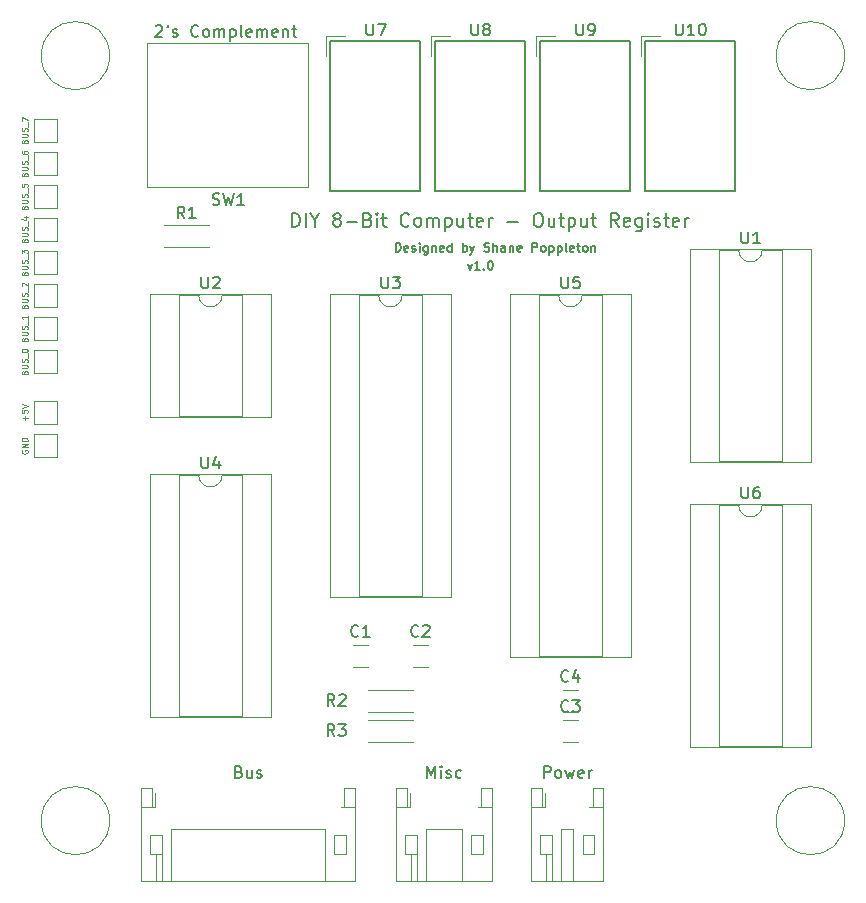
<source format=gbr>
G04 #@! TF.GenerationSoftware,KiCad,Pcbnew,(5.1.2-1)-1*
G04 #@! TF.CreationDate,2019-08-24T15:09:12+10:00*
G04 #@! TF.ProjectId,output-register,6f757470-7574-42d7-9265-676973746572,rev?*
G04 #@! TF.SameCoordinates,Original*
G04 #@! TF.FileFunction,Legend,Top*
G04 #@! TF.FilePolarity,Positive*
%FSLAX46Y46*%
G04 Gerber Fmt 4.6, Leading zero omitted, Abs format (unit mm)*
G04 Created by KiCad (PCBNEW (5.1.2-1)-1) date 2019-08-24 15:09:12*
%MOMM*%
%LPD*%
G04 APERTURE LIST*
%ADD10C,0.150000*%
%ADD11C,0.127000*%
%ADD12C,0.120000*%
%ADD13C,0.100000*%
%ADD14C,0.101600*%
G04 APERTURE END LIST*
D10*
X120587238Y-64063619D02*
X120634857Y-64016000D01*
X120730095Y-63968380D01*
X120968190Y-63968380D01*
X121063428Y-64016000D01*
X121111047Y-64063619D01*
X121158666Y-64158857D01*
X121158666Y-64254095D01*
X121111047Y-64396952D01*
X120539619Y-64968380D01*
X121158666Y-64968380D01*
X121634857Y-63968380D02*
X121634857Y-64016000D01*
X121587238Y-64111238D01*
X121539619Y-64158857D01*
X122015809Y-64920761D02*
X122111047Y-64968380D01*
X122301523Y-64968380D01*
X122396761Y-64920761D01*
X122444380Y-64825523D01*
X122444380Y-64777904D01*
X122396761Y-64682666D01*
X122301523Y-64635047D01*
X122158666Y-64635047D01*
X122063428Y-64587428D01*
X122015809Y-64492190D01*
X122015809Y-64444571D01*
X122063428Y-64349333D01*
X122158666Y-64301714D01*
X122301523Y-64301714D01*
X122396761Y-64349333D01*
X124206285Y-64873142D02*
X124158666Y-64920761D01*
X124015809Y-64968380D01*
X123920571Y-64968380D01*
X123777714Y-64920761D01*
X123682476Y-64825523D01*
X123634857Y-64730285D01*
X123587238Y-64539809D01*
X123587238Y-64396952D01*
X123634857Y-64206476D01*
X123682476Y-64111238D01*
X123777714Y-64016000D01*
X123920571Y-63968380D01*
X124015809Y-63968380D01*
X124158666Y-64016000D01*
X124206285Y-64063619D01*
X124777714Y-64968380D02*
X124682476Y-64920761D01*
X124634857Y-64873142D01*
X124587238Y-64777904D01*
X124587238Y-64492190D01*
X124634857Y-64396952D01*
X124682476Y-64349333D01*
X124777714Y-64301714D01*
X124920571Y-64301714D01*
X125015809Y-64349333D01*
X125063428Y-64396952D01*
X125111047Y-64492190D01*
X125111047Y-64777904D01*
X125063428Y-64873142D01*
X125015809Y-64920761D01*
X124920571Y-64968380D01*
X124777714Y-64968380D01*
X125539619Y-64968380D02*
X125539619Y-64301714D01*
X125539619Y-64396952D02*
X125587238Y-64349333D01*
X125682476Y-64301714D01*
X125825333Y-64301714D01*
X125920571Y-64349333D01*
X125968190Y-64444571D01*
X125968190Y-64968380D01*
X125968190Y-64444571D02*
X126015809Y-64349333D01*
X126111047Y-64301714D01*
X126253904Y-64301714D01*
X126349142Y-64349333D01*
X126396761Y-64444571D01*
X126396761Y-64968380D01*
X126872952Y-64301714D02*
X126872952Y-65301714D01*
X126872952Y-64349333D02*
X126968190Y-64301714D01*
X127158666Y-64301714D01*
X127253904Y-64349333D01*
X127301523Y-64396952D01*
X127349142Y-64492190D01*
X127349142Y-64777904D01*
X127301523Y-64873142D01*
X127253904Y-64920761D01*
X127158666Y-64968380D01*
X126968190Y-64968380D01*
X126872952Y-64920761D01*
X127920571Y-64968380D02*
X127825333Y-64920761D01*
X127777714Y-64825523D01*
X127777714Y-63968380D01*
X128682476Y-64920761D02*
X128587238Y-64968380D01*
X128396761Y-64968380D01*
X128301523Y-64920761D01*
X128253904Y-64825523D01*
X128253904Y-64444571D01*
X128301523Y-64349333D01*
X128396761Y-64301714D01*
X128587238Y-64301714D01*
X128682476Y-64349333D01*
X128730095Y-64444571D01*
X128730095Y-64539809D01*
X128253904Y-64635047D01*
X129158666Y-64968380D02*
X129158666Y-64301714D01*
X129158666Y-64396952D02*
X129206285Y-64349333D01*
X129301523Y-64301714D01*
X129444380Y-64301714D01*
X129539619Y-64349333D01*
X129587238Y-64444571D01*
X129587238Y-64968380D01*
X129587238Y-64444571D02*
X129634857Y-64349333D01*
X129730095Y-64301714D01*
X129872952Y-64301714D01*
X129968190Y-64349333D01*
X130015809Y-64444571D01*
X130015809Y-64968380D01*
X130872952Y-64920761D02*
X130777714Y-64968380D01*
X130587238Y-64968380D01*
X130492000Y-64920761D01*
X130444380Y-64825523D01*
X130444380Y-64444571D01*
X130492000Y-64349333D01*
X130587238Y-64301714D01*
X130777714Y-64301714D01*
X130872952Y-64349333D01*
X130920571Y-64444571D01*
X130920571Y-64539809D01*
X130444380Y-64635047D01*
X131349142Y-64301714D02*
X131349142Y-64968380D01*
X131349142Y-64396952D02*
X131396761Y-64349333D01*
X131492000Y-64301714D01*
X131634857Y-64301714D01*
X131730095Y-64349333D01*
X131777714Y-64444571D01*
X131777714Y-64968380D01*
X132111047Y-64301714D02*
X132492000Y-64301714D01*
X132253904Y-63968380D02*
X132253904Y-64825523D01*
X132301523Y-64920761D01*
X132396761Y-64968380D01*
X132492000Y-64968380D01*
D11*
X146993428Y-84164714D02*
X147174857Y-84672714D01*
X147356285Y-84164714D01*
X148045714Y-84672714D02*
X147610285Y-84672714D01*
X147828000Y-84672714D02*
X147828000Y-83910714D01*
X147755428Y-84019571D01*
X147682857Y-84092142D01*
X147610285Y-84128428D01*
X148372285Y-84600142D02*
X148408571Y-84636428D01*
X148372285Y-84672714D01*
X148336000Y-84636428D01*
X148372285Y-84600142D01*
X148372285Y-84672714D01*
X148880285Y-83910714D02*
X148952857Y-83910714D01*
X149025428Y-83947000D01*
X149061714Y-83983285D01*
X149098000Y-84055857D01*
X149134285Y-84201000D01*
X149134285Y-84382428D01*
X149098000Y-84527571D01*
X149061714Y-84600142D01*
X149025428Y-84636428D01*
X148952857Y-84672714D01*
X148880285Y-84672714D01*
X148807714Y-84636428D01*
X148771428Y-84600142D01*
X148735142Y-84527571D01*
X148698857Y-84382428D01*
X148698857Y-84201000D01*
X148735142Y-84055857D01*
X148771428Y-83983285D01*
X148807714Y-83947000D01*
X148880285Y-83910714D01*
X140897428Y-83148714D02*
X140897428Y-82386714D01*
X141078857Y-82386714D01*
X141187714Y-82423000D01*
X141260285Y-82495571D01*
X141296571Y-82568142D01*
X141332857Y-82713285D01*
X141332857Y-82822142D01*
X141296571Y-82967285D01*
X141260285Y-83039857D01*
X141187714Y-83112428D01*
X141078857Y-83148714D01*
X140897428Y-83148714D01*
X141949714Y-83112428D02*
X141877142Y-83148714D01*
X141732000Y-83148714D01*
X141659428Y-83112428D01*
X141623142Y-83039857D01*
X141623142Y-82749571D01*
X141659428Y-82677000D01*
X141732000Y-82640714D01*
X141877142Y-82640714D01*
X141949714Y-82677000D01*
X141986000Y-82749571D01*
X141986000Y-82822142D01*
X141623142Y-82894714D01*
X142276285Y-83112428D02*
X142348857Y-83148714D01*
X142494000Y-83148714D01*
X142566571Y-83112428D01*
X142602857Y-83039857D01*
X142602857Y-83003571D01*
X142566571Y-82931000D01*
X142494000Y-82894714D01*
X142385142Y-82894714D01*
X142312571Y-82858428D01*
X142276285Y-82785857D01*
X142276285Y-82749571D01*
X142312571Y-82677000D01*
X142385142Y-82640714D01*
X142494000Y-82640714D01*
X142566571Y-82677000D01*
X142929428Y-83148714D02*
X142929428Y-82640714D01*
X142929428Y-82386714D02*
X142893142Y-82423000D01*
X142929428Y-82459285D01*
X142965714Y-82423000D01*
X142929428Y-82386714D01*
X142929428Y-82459285D01*
X143618857Y-82640714D02*
X143618857Y-83257571D01*
X143582571Y-83330142D01*
X143546285Y-83366428D01*
X143473714Y-83402714D01*
X143364857Y-83402714D01*
X143292285Y-83366428D01*
X143618857Y-83112428D02*
X143546285Y-83148714D01*
X143401142Y-83148714D01*
X143328571Y-83112428D01*
X143292285Y-83076142D01*
X143256000Y-83003571D01*
X143256000Y-82785857D01*
X143292285Y-82713285D01*
X143328571Y-82677000D01*
X143401142Y-82640714D01*
X143546285Y-82640714D01*
X143618857Y-82677000D01*
X143981714Y-82640714D02*
X143981714Y-83148714D01*
X143981714Y-82713285D02*
X144018000Y-82677000D01*
X144090571Y-82640714D01*
X144199428Y-82640714D01*
X144272000Y-82677000D01*
X144308285Y-82749571D01*
X144308285Y-83148714D01*
X144961428Y-83112428D02*
X144888857Y-83148714D01*
X144743714Y-83148714D01*
X144671142Y-83112428D01*
X144634857Y-83039857D01*
X144634857Y-82749571D01*
X144671142Y-82677000D01*
X144743714Y-82640714D01*
X144888857Y-82640714D01*
X144961428Y-82677000D01*
X144997714Y-82749571D01*
X144997714Y-82822142D01*
X144634857Y-82894714D01*
X145650857Y-83148714D02*
X145650857Y-82386714D01*
X145650857Y-83112428D02*
X145578285Y-83148714D01*
X145433142Y-83148714D01*
X145360571Y-83112428D01*
X145324285Y-83076142D01*
X145288000Y-83003571D01*
X145288000Y-82785857D01*
X145324285Y-82713285D01*
X145360571Y-82677000D01*
X145433142Y-82640714D01*
X145578285Y-82640714D01*
X145650857Y-82677000D01*
X146594285Y-83148714D02*
X146594285Y-82386714D01*
X146594285Y-82677000D02*
X146666857Y-82640714D01*
X146812000Y-82640714D01*
X146884571Y-82677000D01*
X146920857Y-82713285D01*
X146957142Y-82785857D01*
X146957142Y-83003571D01*
X146920857Y-83076142D01*
X146884571Y-83112428D01*
X146812000Y-83148714D01*
X146666857Y-83148714D01*
X146594285Y-83112428D01*
X147211142Y-82640714D02*
X147392571Y-83148714D01*
X147574000Y-82640714D02*
X147392571Y-83148714D01*
X147320000Y-83330142D01*
X147283714Y-83366428D01*
X147211142Y-83402714D01*
X148408571Y-83112428D02*
X148517428Y-83148714D01*
X148698857Y-83148714D01*
X148771428Y-83112428D01*
X148807714Y-83076142D01*
X148844000Y-83003571D01*
X148844000Y-82931000D01*
X148807714Y-82858428D01*
X148771428Y-82822142D01*
X148698857Y-82785857D01*
X148553714Y-82749571D01*
X148481142Y-82713285D01*
X148444857Y-82677000D01*
X148408571Y-82604428D01*
X148408571Y-82531857D01*
X148444857Y-82459285D01*
X148481142Y-82423000D01*
X148553714Y-82386714D01*
X148735142Y-82386714D01*
X148844000Y-82423000D01*
X149170571Y-83148714D02*
X149170571Y-82386714D01*
X149497142Y-83148714D02*
X149497142Y-82749571D01*
X149460857Y-82677000D01*
X149388285Y-82640714D01*
X149279428Y-82640714D01*
X149206857Y-82677000D01*
X149170571Y-82713285D01*
X150186571Y-83148714D02*
X150186571Y-82749571D01*
X150150285Y-82677000D01*
X150077714Y-82640714D01*
X149932571Y-82640714D01*
X149860000Y-82677000D01*
X150186571Y-83112428D02*
X150114000Y-83148714D01*
X149932571Y-83148714D01*
X149860000Y-83112428D01*
X149823714Y-83039857D01*
X149823714Y-82967285D01*
X149860000Y-82894714D01*
X149932571Y-82858428D01*
X150114000Y-82858428D01*
X150186571Y-82822142D01*
X150549428Y-82640714D02*
X150549428Y-83148714D01*
X150549428Y-82713285D02*
X150585714Y-82677000D01*
X150658285Y-82640714D01*
X150767142Y-82640714D01*
X150839714Y-82677000D01*
X150876000Y-82749571D01*
X150876000Y-83148714D01*
X151529142Y-83112428D02*
X151456571Y-83148714D01*
X151311428Y-83148714D01*
X151238857Y-83112428D01*
X151202571Y-83039857D01*
X151202571Y-82749571D01*
X151238857Y-82677000D01*
X151311428Y-82640714D01*
X151456571Y-82640714D01*
X151529142Y-82677000D01*
X151565428Y-82749571D01*
X151565428Y-82822142D01*
X151202571Y-82894714D01*
X152472571Y-83148714D02*
X152472571Y-82386714D01*
X152762857Y-82386714D01*
X152835428Y-82423000D01*
X152871714Y-82459285D01*
X152908000Y-82531857D01*
X152908000Y-82640714D01*
X152871714Y-82713285D01*
X152835428Y-82749571D01*
X152762857Y-82785857D01*
X152472571Y-82785857D01*
X153343428Y-83148714D02*
X153270857Y-83112428D01*
X153234571Y-83076142D01*
X153198285Y-83003571D01*
X153198285Y-82785857D01*
X153234571Y-82713285D01*
X153270857Y-82677000D01*
X153343428Y-82640714D01*
X153452285Y-82640714D01*
X153524857Y-82677000D01*
X153561142Y-82713285D01*
X153597428Y-82785857D01*
X153597428Y-83003571D01*
X153561142Y-83076142D01*
X153524857Y-83112428D01*
X153452285Y-83148714D01*
X153343428Y-83148714D01*
X153924000Y-82640714D02*
X153924000Y-83402714D01*
X153924000Y-82677000D02*
X153996571Y-82640714D01*
X154141714Y-82640714D01*
X154214285Y-82677000D01*
X154250571Y-82713285D01*
X154286857Y-82785857D01*
X154286857Y-83003571D01*
X154250571Y-83076142D01*
X154214285Y-83112428D01*
X154141714Y-83148714D01*
X153996571Y-83148714D01*
X153924000Y-83112428D01*
X154613428Y-82640714D02*
X154613428Y-83402714D01*
X154613428Y-82677000D02*
X154686000Y-82640714D01*
X154831142Y-82640714D01*
X154903714Y-82677000D01*
X154940000Y-82713285D01*
X154976285Y-82785857D01*
X154976285Y-83003571D01*
X154940000Y-83076142D01*
X154903714Y-83112428D01*
X154831142Y-83148714D01*
X154686000Y-83148714D01*
X154613428Y-83112428D01*
X155411714Y-83148714D02*
X155339142Y-83112428D01*
X155302857Y-83039857D01*
X155302857Y-82386714D01*
X155992285Y-83112428D02*
X155919714Y-83148714D01*
X155774571Y-83148714D01*
X155702000Y-83112428D01*
X155665714Y-83039857D01*
X155665714Y-82749571D01*
X155702000Y-82677000D01*
X155774571Y-82640714D01*
X155919714Y-82640714D01*
X155992285Y-82677000D01*
X156028571Y-82749571D01*
X156028571Y-82822142D01*
X155665714Y-82894714D01*
X156246285Y-82640714D02*
X156536571Y-82640714D01*
X156355142Y-82386714D02*
X156355142Y-83039857D01*
X156391428Y-83112428D01*
X156464000Y-83148714D01*
X156536571Y-83148714D01*
X156899428Y-83148714D02*
X156826857Y-83112428D01*
X156790571Y-83076142D01*
X156754285Y-83003571D01*
X156754285Y-82785857D01*
X156790571Y-82713285D01*
X156826857Y-82677000D01*
X156899428Y-82640714D01*
X157008285Y-82640714D01*
X157080857Y-82677000D01*
X157117142Y-82713285D01*
X157153428Y-82785857D01*
X157153428Y-83003571D01*
X157117142Y-83076142D01*
X157080857Y-83112428D01*
X157008285Y-83148714D01*
X156899428Y-83148714D01*
X157480000Y-82640714D02*
X157480000Y-83148714D01*
X157480000Y-82713285D02*
X157516285Y-82677000D01*
X157588857Y-82640714D01*
X157697714Y-82640714D01*
X157770285Y-82677000D01*
X157806571Y-82749571D01*
X157806571Y-83148714D01*
X132134428Y-81035071D02*
X132134428Y-79892071D01*
X132406571Y-79892071D01*
X132569857Y-79946500D01*
X132678714Y-80055357D01*
X132733142Y-80164214D01*
X132787571Y-80381928D01*
X132787571Y-80545214D01*
X132733142Y-80762928D01*
X132678714Y-80871785D01*
X132569857Y-80980642D01*
X132406571Y-81035071D01*
X132134428Y-81035071D01*
X133277428Y-81035071D02*
X133277428Y-79892071D01*
X134039428Y-80490785D02*
X134039428Y-81035071D01*
X133658428Y-79892071D02*
X134039428Y-80490785D01*
X134420428Y-79892071D01*
X135835571Y-80381928D02*
X135726714Y-80327500D01*
X135672285Y-80273071D01*
X135617857Y-80164214D01*
X135617857Y-80109785D01*
X135672285Y-80000928D01*
X135726714Y-79946500D01*
X135835571Y-79892071D01*
X136053285Y-79892071D01*
X136162142Y-79946500D01*
X136216571Y-80000928D01*
X136271000Y-80109785D01*
X136271000Y-80164214D01*
X136216571Y-80273071D01*
X136162142Y-80327500D01*
X136053285Y-80381928D01*
X135835571Y-80381928D01*
X135726714Y-80436357D01*
X135672285Y-80490785D01*
X135617857Y-80599642D01*
X135617857Y-80817357D01*
X135672285Y-80926214D01*
X135726714Y-80980642D01*
X135835571Y-81035071D01*
X136053285Y-81035071D01*
X136162142Y-80980642D01*
X136216571Y-80926214D01*
X136271000Y-80817357D01*
X136271000Y-80599642D01*
X136216571Y-80490785D01*
X136162142Y-80436357D01*
X136053285Y-80381928D01*
X136760857Y-80599642D02*
X137631714Y-80599642D01*
X138557000Y-80436357D02*
X138720285Y-80490785D01*
X138774714Y-80545214D01*
X138829142Y-80654071D01*
X138829142Y-80817357D01*
X138774714Y-80926214D01*
X138720285Y-80980642D01*
X138611428Y-81035071D01*
X138176000Y-81035071D01*
X138176000Y-79892071D01*
X138557000Y-79892071D01*
X138665857Y-79946500D01*
X138720285Y-80000928D01*
X138774714Y-80109785D01*
X138774714Y-80218642D01*
X138720285Y-80327500D01*
X138665857Y-80381928D01*
X138557000Y-80436357D01*
X138176000Y-80436357D01*
X139319000Y-81035071D02*
X139319000Y-80273071D01*
X139319000Y-79892071D02*
X139264571Y-79946500D01*
X139319000Y-80000928D01*
X139373428Y-79946500D01*
X139319000Y-79892071D01*
X139319000Y-80000928D01*
X139700000Y-80273071D02*
X140135428Y-80273071D01*
X139863285Y-79892071D02*
X139863285Y-80871785D01*
X139917714Y-80980642D01*
X140026571Y-81035071D01*
X140135428Y-81035071D01*
X142040428Y-80926214D02*
X141986000Y-80980642D01*
X141822714Y-81035071D01*
X141713857Y-81035071D01*
X141550571Y-80980642D01*
X141441714Y-80871785D01*
X141387285Y-80762928D01*
X141332857Y-80545214D01*
X141332857Y-80381928D01*
X141387285Y-80164214D01*
X141441714Y-80055357D01*
X141550571Y-79946500D01*
X141713857Y-79892071D01*
X141822714Y-79892071D01*
X141986000Y-79946500D01*
X142040428Y-80000928D01*
X142693571Y-81035071D02*
X142584714Y-80980642D01*
X142530285Y-80926214D01*
X142475857Y-80817357D01*
X142475857Y-80490785D01*
X142530285Y-80381928D01*
X142584714Y-80327500D01*
X142693571Y-80273071D01*
X142856857Y-80273071D01*
X142965714Y-80327500D01*
X143020142Y-80381928D01*
X143074571Y-80490785D01*
X143074571Y-80817357D01*
X143020142Y-80926214D01*
X142965714Y-80980642D01*
X142856857Y-81035071D01*
X142693571Y-81035071D01*
X143564428Y-81035071D02*
X143564428Y-80273071D01*
X143564428Y-80381928D02*
X143618857Y-80327500D01*
X143727714Y-80273071D01*
X143891000Y-80273071D01*
X143999857Y-80327500D01*
X144054285Y-80436357D01*
X144054285Y-81035071D01*
X144054285Y-80436357D02*
X144108714Y-80327500D01*
X144217571Y-80273071D01*
X144380857Y-80273071D01*
X144489714Y-80327500D01*
X144544142Y-80436357D01*
X144544142Y-81035071D01*
X145088428Y-80273071D02*
X145088428Y-81416071D01*
X145088428Y-80327500D02*
X145197285Y-80273071D01*
X145415000Y-80273071D01*
X145523857Y-80327500D01*
X145578285Y-80381928D01*
X145632714Y-80490785D01*
X145632714Y-80817357D01*
X145578285Y-80926214D01*
X145523857Y-80980642D01*
X145415000Y-81035071D01*
X145197285Y-81035071D01*
X145088428Y-80980642D01*
X146612428Y-80273071D02*
X146612428Y-81035071D01*
X146122571Y-80273071D02*
X146122571Y-80871785D01*
X146177000Y-80980642D01*
X146285857Y-81035071D01*
X146449142Y-81035071D01*
X146558000Y-80980642D01*
X146612428Y-80926214D01*
X146993428Y-80273071D02*
X147428857Y-80273071D01*
X147156714Y-79892071D02*
X147156714Y-80871785D01*
X147211142Y-80980642D01*
X147320000Y-81035071D01*
X147428857Y-81035071D01*
X148245285Y-80980642D02*
X148136428Y-81035071D01*
X147918714Y-81035071D01*
X147809857Y-80980642D01*
X147755428Y-80871785D01*
X147755428Y-80436357D01*
X147809857Y-80327500D01*
X147918714Y-80273071D01*
X148136428Y-80273071D01*
X148245285Y-80327500D01*
X148299714Y-80436357D01*
X148299714Y-80545214D01*
X147755428Y-80654071D01*
X148789571Y-81035071D02*
X148789571Y-80273071D01*
X148789571Y-80490785D02*
X148844000Y-80381928D01*
X148898428Y-80327500D01*
X149007285Y-80273071D01*
X149116142Y-80273071D01*
X150368000Y-80599642D02*
X151238857Y-80599642D01*
X152871714Y-79892071D02*
X153089428Y-79892071D01*
X153198285Y-79946500D01*
X153307142Y-80055357D01*
X153361571Y-80273071D01*
X153361571Y-80654071D01*
X153307142Y-80871785D01*
X153198285Y-80980642D01*
X153089428Y-81035071D01*
X152871714Y-81035071D01*
X152762857Y-80980642D01*
X152654000Y-80871785D01*
X152599571Y-80654071D01*
X152599571Y-80273071D01*
X152654000Y-80055357D01*
X152762857Y-79946500D01*
X152871714Y-79892071D01*
X154341285Y-80273071D02*
X154341285Y-81035071D01*
X153851428Y-80273071D02*
X153851428Y-80871785D01*
X153905857Y-80980642D01*
X154014714Y-81035071D01*
X154178000Y-81035071D01*
X154286857Y-80980642D01*
X154341285Y-80926214D01*
X154722285Y-80273071D02*
X155157714Y-80273071D01*
X154885571Y-79892071D02*
X154885571Y-80871785D01*
X154940000Y-80980642D01*
X155048857Y-81035071D01*
X155157714Y-81035071D01*
X155538714Y-80273071D02*
X155538714Y-81416071D01*
X155538714Y-80327500D02*
X155647571Y-80273071D01*
X155865285Y-80273071D01*
X155974142Y-80327500D01*
X156028571Y-80381928D01*
X156083000Y-80490785D01*
X156083000Y-80817357D01*
X156028571Y-80926214D01*
X155974142Y-80980642D01*
X155865285Y-81035071D01*
X155647571Y-81035071D01*
X155538714Y-80980642D01*
X157062714Y-80273071D02*
X157062714Y-81035071D01*
X156572857Y-80273071D02*
X156572857Y-80871785D01*
X156627285Y-80980642D01*
X156736142Y-81035071D01*
X156899428Y-81035071D01*
X157008285Y-80980642D01*
X157062714Y-80926214D01*
X157443714Y-80273071D02*
X157879142Y-80273071D01*
X157607000Y-79892071D02*
X157607000Y-80871785D01*
X157661428Y-80980642D01*
X157770285Y-81035071D01*
X157879142Y-81035071D01*
X159784142Y-81035071D02*
X159403142Y-80490785D01*
X159131000Y-81035071D02*
X159131000Y-79892071D01*
X159566428Y-79892071D01*
X159675285Y-79946500D01*
X159729714Y-80000928D01*
X159784142Y-80109785D01*
X159784142Y-80273071D01*
X159729714Y-80381928D01*
X159675285Y-80436357D01*
X159566428Y-80490785D01*
X159131000Y-80490785D01*
X160709428Y-80980642D02*
X160600571Y-81035071D01*
X160382857Y-81035071D01*
X160274000Y-80980642D01*
X160219571Y-80871785D01*
X160219571Y-80436357D01*
X160274000Y-80327500D01*
X160382857Y-80273071D01*
X160600571Y-80273071D01*
X160709428Y-80327500D01*
X160763857Y-80436357D01*
X160763857Y-80545214D01*
X160219571Y-80654071D01*
X161743571Y-80273071D02*
X161743571Y-81198357D01*
X161689142Y-81307214D01*
X161634714Y-81361642D01*
X161525857Y-81416071D01*
X161362571Y-81416071D01*
X161253714Y-81361642D01*
X161743571Y-80980642D02*
X161634714Y-81035071D01*
X161417000Y-81035071D01*
X161308142Y-80980642D01*
X161253714Y-80926214D01*
X161199285Y-80817357D01*
X161199285Y-80490785D01*
X161253714Y-80381928D01*
X161308142Y-80327500D01*
X161417000Y-80273071D01*
X161634714Y-80273071D01*
X161743571Y-80327500D01*
X162287857Y-81035071D02*
X162287857Y-80273071D01*
X162287857Y-79892071D02*
X162233428Y-79946500D01*
X162287857Y-80000928D01*
X162342285Y-79946500D01*
X162287857Y-79892071D01*
X162287857Y-80000928D01*
X162777714Y-80980642D02*
X162886571Y-81035071D01*
X163104285Y-81035071D01*
X163213142Y-80980642D01*
X163267571Y-80871785D01*
X163267571Y-80817357D01*
X163213142Y-80708500D01*
X163104285Y-80654071D01*
X162941000Y-80654071D01*
X162832142Y-80599642D01*
X162777714Y-80490785D01*
X162777714Y-80436357D01*
X162832142Y-80327500D01*
X162941000Y-80273071D01*
X163104285Y-80273071D01*
X163213142Y-80327500D01*
X163594142Y-80273071D02*
X164029571Y-80273071D01*
X163757428Y-79892071D02*
X163757428Y-80871785D01*
X163811857Y-80980642D01*
X163920714Y-81035071D01*
X164029571Y-81035071D01*
X164846000Y-80980642D02*
X164737142Y-81035071D01*
X164519428Y-81035071D01*
X164410571Y-80980642D01*
X164356142Y-80871785D01*
X164356142Y-80436357D01*
X164410571Y-80327500D01*
X164519428Y-80273071D01*
X164737142Y-80273071D01*
X164846000Y-80327500D01*
X164900428Y-80436357D01*
X164900428Y-80545214D01*
X164356142Y-80654071D01*
X165390285Y-81035071D02*
X165390285Y-80273071D01*
X165390285Y-80490785D02*
X165444714Y-80381928D01*
X165499142Y-80327500D01*
X165608000Y-80273071D01*
X165716857Y-80273071D01*
D12*
X171942000Y-82998000D02*
G75*
G02X169942000Y-82998000I-1000000J0D01*
G01*
X169942000Y-82998000D02*
X168292000Y-82998000D01*
X168292000Y-82998000D02*
X168292000Y-100898000D01*
X168292000Y-100898000D02*
X173592000Y-100898000D01*
X173592000Y-100898000D02*
X173592000Y-82998000D01*
X173592000Y-82998000D02*
X171942000Y-82998000D01*
X165802000Y-82938000D02*
X165802000Y-100958000D01*
X165802000Y-100958000D02*
X176082000Y-100958000D01*
X176082000Y-100958000D02*
X176082000Y-82938000D01*
X176082000Y-82938000D02*
X165802000Y-82938000D01*
D13*
X178912017Y-131318000D02*
G75*
G03X178912017Y-131318000I-2890017J0D01*
G01*
X178912017Y-66548000D02*
G75*
G03X178912017Y-66548000I-2890017J0D01*
G01*
X116682017Y-131318000D02*
G75*
G03X116682017Y-131318000I-2890017J0D01*
G01*
X116682017Y-66548000D02*
G75*
G03X116682017Y-66548000I-2890017J0D01*
G01*
D12*
X137273000Y-118268000D02*
X138531000Y-118268000D01*
X137273000Y-116428000D02*
X138531000Y-116428000D01*
X142353000Y-116428000D02*
X143611000Y-116428000D01*
X142353000Y-118268000D02*
X143611000Y-118268000D01*
X155053000Y-122778000D02*
X156311000Y-122778000D01*
X155053000Y-124618000D02*
X156311000Y-124618000D01*
X155053000Y-122078000D02*
X156311000Y-122078000D01*
X155053000Y-120238000D02*
X156311000Y-120238000D01*
X120552000Y-130188000D02*
X120272000Y-130188000D01*
X120272000Y-130188000D02*
X120272000Y-128588000D01*
X120272000Y-128588000D02*
X119352000Y-128588000D01*
X119352000Y-128588000D02*
X119352000Y-136408000D01*
X119352000Y-136408000D02*
X137472000Y-136408000D01*
X137472000Y-136408000D02*
X137472000Y-128588000D01*
X137472000Y-128588000D02*
X136552000Y-128588000D01*
X136552000Y-128588000D02*
X136552000Y-130188000D01*
X136552000Y-130188000D02*
X136272000Y-130188000D01*
X121912000Y-136408000D02*
X121912000Y-132048000D01*
X121912000Y-132048000D02*
X134912000Y-132048000D01*
X134912000Y-132048000D02*
X134912000Y-136408000D01*
X119352000Y-130188000D02*
X120272000Y-130188000D01*
X137472000Y-130188000D02*
X136552000Y-130188000D01*
X120112000Y-132548000D02*
X120112000Y-134148000D01*
X120112000Y-134148000D02*
X121112000Y-134148000D01*
X121112000Y-134148000D02*
X121112000Y-132548000D01*
X121112000Y-132548000D02*
X120112000Y-132548000D01*
X136712000Y-132548000D02*
X136712000Y-134148000D01*
X136712000Y-134148000D02*
X135712000Y-134148000D01*
X135712000Y-134148000D02*
X135712000Y-132548000D01*
X135712000Y-132548000D02*
X136712000Y-132548000D01*
X121112000Y-134148000D02*
X121112000Y-136408000D01*
X120612000Y-134148000D02*
X120612000Y-136408000D01*
X120552000Y-130188000D02*
X120552000Y-128973000D01*
X153572000Y-130188000D02*
X153292000Y-130188000D01*
X153292000Y-130188000D02*
X153292000Y-128588000D01*
X153292000Y-128588000D02*
X152372000Y-128588000D01*
X152372000Y-128588000D02*
X152372000Y-136408000D01*
X152372000Y-136408000D02*
X158492000Y-136408000D01*
X158492000Y-136408000D02*
X158492000Y-128588000D01*
X158492000Y-128588000D02*
X157572000Y-128588000D01*
X157572000Y-128588000D02*
X157572000Y-130188000D01*
X157572000Y-130188000D02*
X157292000Y-130188000D01*
X154932000Y-136408000D02*
X154932000Y-132048000D01*
X154932000Y-132048000D02*
X155932000Y-132048000D01*
X155932000Y-132048000D02*
X155932000Y-136408000D01*
X152372000Y-130188000D02*
X153292000Y-130188000D01*
X158492000Y-130188000D02*
X157572000Y-130188000D01*
X153132000Y-132548000D02*
X153132000Y-134148000D01*
X153132000Y-134148000D02*
X154132000Y-134148000D01*
X154132000Y-134148000D02*
X154132000Y-132548000D01*
X154132000Y-132548000D02*
X153132000Y-132548000D01*
X157732000Y-132548000D02*
X157732000Y-134148000D01*
X157732000Y-134148000D02*
X156732000Y-134148000D01*
X156732000Y-134148000D02*
X156732000Y-132548000D01*
X156732000Y-132548000D02*
X157732000Y-132548000D01*
X154132000Y-134148000D02*
X154132000Y-136408000D01*
X153632000Y-134148000D02*
X153632000Y-136408000D01*
X153572000Y-130188000D02*
X153572000Y-128973000D01*
X142142000Y-130188000D02*
X141862000Y-130188000D01*
X141862000Y-130188000D02*
X141862000Y-128588000D01*
X141862000Y-128588000D02*
X140942000Y-128588000D01*
X140942000Y-128588000D02*
X140942000Y-136408000D01*
X140942000Y-136408000D02*
X149062000Y-136408000D01*
X149062000Y-136408000D02*
X149062000Y-128588000D01*
X149062000Y-128588000D02*
X148142000Y-128588000D01*
X148142000Y-128588000D02*
X148142000Y-130188000D01*
X148142000Y-130188000D02*
X147862000Y-130188000D01*
X143502000Y-136408000D02*
X143502000Y-132048000D01*
X143502000Y-132048000D02*
X146502000Y-132048000D01*
X146502000Y-132048000D02*
X146502000Y-136408000D01*
X140942000Y-130188000D02*
X141862000Y-130188000D01*
X149062000Y-130188000D02*
X148142000Y-130188000D01*
X141702000Y-132548000D02*
X141702000Y-134148000D01*
X141702000Y-134148000D02*
X142702000Y-134148000D01*
X142702000Y-134148000D02*
X142702000Y-132548000D01*
X142702000Y-132548000D02*
X141702000Y-132548000D01*
X148302000Y-132548000D02*
X148302000Y-134148000D01*
X148302000Y-134148000D02*
X147302000Y-134148000D01*
X147302000Y-134148000D02*
X147302000Y-132548000D01*
X147302000Y-132548000D02*
X148302000Y-132548000D01*
X142702000Y-134148000D02*
X142702000Y-136408000D01*
X142202000Y-134148000D02*
X142202000Y-136408000D01*
X142142000Y-130188000D02*
X142142000Y-128973000D01*
X121270000Y-80868000D02*
X125110000Y-80868000D01*
X121270000Y-82708000D02*
X125110000Y-82708000D01*
X142382000Y-122078000D02*
X138542000Y-122078000D01*
X142382000Y-120238000D02*
X138542000Y-120238000D01*
X138542000Y-124618000D02*
X142382000Y-124618000D01*
X138542000Y-122778000D02*
X142382000Y-122778000D01*
X119882000Y-65488000D02*
X133482000Y-65488000D01*
X133482000Y-77688000D02*
X133482000Y-65488000D01*
X133482000Y-77688000D02*
X119882000Y-77688000D01*
X119882000Y-65488000D02*
X119882000Y-77688000D01*
X112202000Y-91506000D02*
X112202000Y-93406000D01*
X112202000Y-93406000D02*
X110302000Y-93406000D01*
X110302000Y-93406000D02*
X110302000Y-91506000D01*
X110302000Y-91506000D02*
X112202000Y-91506000D01*
X110302000Y-88712000D02*
X112202000Y-88712000D01*
X110302000Y-90612000D02*
X110302000Y-88712000D01*
X112202000Y-90612000D02*
X110302000Y-90612000D01*
X112202000Y-88712000D02*
X112202000Y-90612000D01*
X110302000Y-85918000D02*
X112202000Y-85918000D01*
X110302000Y-87818000D02*
X110302000Y-85918000D01*
X112202000Y-87818000D02*
X110302000Y-87818000D01*
X112202000Y-85918000D02*
X112202000Y-87818000D01*
X112202000Y-83124000D02*
X112202000Y-85024000D01*
X112202000Y-85024000D02*
X110302000Y-85024000D01*
X110302000Y-85024000D02*
X110302000Y-83124000D01*
X110302000Y-83124000D02*
X112202000Y-83124000D01*
X112202000Y-80330000D02*
X112202000Y-82230000D01*
X112202000Y-82230000D02*
X110302000Y-82230000D01*
X110302000Y-82230000D02*
X110302000Y-80330000D01*
X110302000Y-80330000D02*
X112202000Y-80330000D01*
X110302000Y-77536000D02*
X112202000Y-77536000D01*
X110302000Y-79436000D02*
X110302000Y-77536000D01*
X112202000Y-79436000D02*
X110302000Y-79436000D01*
X112202000Y-77536000D02*
X112202000Y-79436000D01*
X112202000Y-74742000D02*
X112202000Y-76642000D01*
X112202000Y-76642000D02*
X110302000Y-76642000D01*
X110302000Y-76642000D02*
X110302000Y-74742000D01*
X110302000Y-74742000D02*
X112202000Y-74742000D01*
X110302000Y-71948000D02*
X112202000Y-71948000D01*
X110302000Y-73848000D02*
X110302000Y-71948000D01*
X112202000Y-73848000D02*
X110302000Y-73848000D01*
X112202000Y-71948000D02*
X112202000Y-73848000D01*
X110302000Y-95824000D02*
X112202000Y-95824000D01*
X110302000Y-97724000D02*
X110302000Y-95824000D01*
X112202000Y-97724000D02*
X110302000Y-97724000D01*
X112202000Y-95824000D02*
X112202000Y-97724000D01*
X112202000Y-98618000D02*
X112202000Y-100518000D01*
X112202000Y-100518000D02*
X110302000Y-100518000D01*
X110302000Y-100518000D02*
X110302000Y-98618000D01*
X110302000Y-98618000D02*
X112202000Y-98618000D01*
X126222000Y-86808000D02*
G75*
G02X124222000Y-86808000I-1000000J0D01*
G01*
X124222000Y-86808000D02*
X122572000Y-86808000D01*
X122572000Y-86808000D02*
X122572000Y-97088000D01*
X122572000Y-97088000D02*
X127872000Y-97088000D01*
X127872000Y-97088000D02*
X127872000Y-86808000D01*
X127872000Y-86808000D02*
X126222000Y-86808000D01*
X120082000Y-86748000D02*
X120082000Y-97148000D01*
X120082000Y-97148000D02*
X130362000Y-97148000D01*
X130362000Y-97148000D02*
X130362000Y-86748000D01*
X130362000Y-86748000D02*
X120082000Y-86748000D01*
X141462000Y-86808000D02*
G75*
G02X139462000Y-86808000I-1000000J0D01*
G01*
X139462000Y-86808000D02*
X137812000Y-86808000D01*
X137812000Y-86808000D02*
X137812000Y-112328000D01*
X137812000Y-112328000D02*
X143112000Y-112328000D01*
X143112000Y-112328000D02*
X143112000Y-86808000D01*
X143112000Y-86808000D02*
X141462000Y-86808000D01*
X135322000Y-86748000D02*
X135322000Y-112388000D01*
X135322000Y-112388000D02*
X145602000Y-112388000D01*
X145602000Y-112388000D02*
X145602000Y-86748000D01*
X145602000Y-86748000D02*
X135322000Y-86748000D01*
X130362000Y-101988000D02*
X120082000Y-101988000D01*
X130362000Y-122548000D02*
X130362000Y-101988000D01*
X120082000Y-122548000D02*
X130362000Y-122548000D01*
X120082000Y-101988000D02*
X120082000Y-122548000D01*
X127872000Y-102048000D02*
X126222000Y-102048000D01*
X127872000Y-122488000D02*
X127872000Y-102048000D01*
X122572000Y-122488000D02*
X127872000Y-122488000D01*
X122572000Y-102048000D02*
X122572000Y-122488000D01*
X124222000Y-102048000D02*
X122572000Y-102048000D01*
X126222000Y-102048000D02*
G75*
G02X124222000Y-102048000I-1000000J0D01*
G01*
X156702000Y-86808000D02*
G75*
G02X154702000Y-86808000I-1000000J0D01*
G01*
X154702000Y-86808000D02*
X153052000Y-86808000D01*
X153052000Y-86808000D02*
X153052000Y-117408000D01*
X153052000Y-117408000D02*
X158352000Y-117408000D01*
X158352000Y-117408000D02*
X158352000Y-86808000D01*
X158352000Y-86808000D02*
X156702000Y-86808000D01*
X150562000Y-86748000D02*
X150562000Y-117468000D01*
X150562000Y-117468000D02*
X160842000Y-117468000D01*
X160842000Y-117468000D02*
X160842000Y-86748000D01*
X160842000Y-86748000D02*
X150562000Y-86748000D01*
X171942000Y-104588000D02*
G75*
G02X169942000Y-104588000I-1000000J0D01*
G01*
X169942000Y-104588000D02*
X168292000Y-104588000D01*
X168292000Y-104588000D02*
X168292000Y-125028000D01*
X168292000Y-125028000D02*
X173592000Y-125028000D01*
X173592000Y-125028000D02*
X173592000Y-104588000D01*
X173592000Y-104588000D02*
X171942000Y-104588000D01*
X165802000Y-104528000D02*
X165802000Y-125088000D01*
X165802000Y-125088000D02*
X176082000Y-125088000D01*
X176082000Y-125088000D02*
X176082000Y-104528000D01*
X176082000Y-104528000D02*
X165802000Y-104528000D01*
X135022000Y-64918000D02*
X136652000Y-64918000D01*
X135022000Y-66548000D02*
X135022000Y-64918000D01*
D10*
X143002000Y-65278000D02*
X135382000Y-65278000D01*
X135382000Y-65278000D02*
X135382000Y-77978000D01*
X135382000Y-77978000D02*
X143002000Y-77978000D01*
X143002000Y-77978000D02*
X143002000Y-65278000D01*
X151892000Y-77978000D02*
X151892000Y-65278000D01*
X144272000Y-77978000D02*
X151892000Y-77978000D01*
X144272000Y-65278000D02*
X144272000Y-77978000D01*
X151892000Y-65278000D02*
X144272000Y-65278000D01*
D12*
X143912000Y-66548000D02*
X143912000Y-64918000D01*
X143912000Y-64918000D02*
X145542000Y-64918000D01*
X152802000Y-64918000D02*
X154432000Y-64918000D01*
X152802000Y-66548000D02*
X152802000Y-64918000D01*
D10*
X160782000Y-65278000D02*
X153162000Y-65278000D01*
X153162000Y-65278000D02*
X153162000Y-77978000D01*
X153162000Y-77978000D02*
X160782000Y-77978000D01*
X160782000Y-77978000D02*
X160782000Y-65278000D01*
X169672000Y-77978000D02*
X169672000Y-65278000D01*
X162052000Y-77978000D02*
X169672000Y-77978000D01*
X162052000Y-65278000D02*
X162052000Y-77978000D01*
X169672000Y-65278000D02*
X162052000Y-65278000D01*
D12*
X161692000Y-66548000D02*
X161692000Y-64918000D01*
X161692000Y-64918000D02*
X163322000Y-64918000D01*
D10*
X170180095Y-81450380D02*
X170180095Y-82259904D01*
X170227714Y-82355142D01*
X170275333Y-82402761D01*
X170370571Y-82450380D01*
X170561047Y-82450380D01*
X170656285Y-82402761D01*
X170703904Y-82355142D01*
X170751523Y-82259904D01*
X170751523Y-81450380D01*
X171751523Y-82450380D02*
X171180095Y-82450380D01*
X171465809Y-82450380D02*
X171465809Y-81450380D01*
X171370571Y-81593238D01*
X171275333Y-81688476D01*
X171180095Y-81736095D01*
X137735333Y-115655142D02*
X137687714Y-115702761D01*
X137544857Y-115750380D01*
X137449619Y-115750380D01*
X137306761Y-115702761D01*
X137211523Y-115607523D01*
X137163904Y-115512285D01*
X137116285Y-115321809D01*
X137116285Y-115178952D01*
X137163904Y-114988476D01*
X137211523Y-114893238D01*
X137306761Y-114798000D01*
X137449619Y-114750380D01*
X137544857Y-114750380D01*
X137687714Y-114798000D01*
X137735333Y-114845619D01*
X138687714Y-115750380D02*
X138116285Y-115750380D01*
X138402000Y-115750380D02*
X138402000Y-114750380D01*
X138306761Y-114893238D01*
X138211523Y-114988476D01*
X138116285Y-115036095D01*
X142815333Y-115655142D02*
X142767714Y-115702761D01*
X142624857Y-115750380D01*
X142529619Y-115750380D01*
X142386761Y-115702761D01*
X142291523Y-115607523D01*
X142243904Y-115512285D01*
X142196285Y-115321809D01*
X142196285Y-115178952D01*
X142243904Y-114988476D01*
X142291523Y-114893238D01*
X142386761Y-114798000D01*
X142529619Y-114750380D01*
X142624857Y-114750380D01*
X142767714Y-114798000D01*
X142815333Y-114845619D01*
X143196285Y-114845619D02*
X143243904Y-114798000D01*
X143339142Y-114750380D01*
X143577238Y-114750380D01*
X143672476Y-114798000D01*
X143720095Y-114845619D01*
X143767714Y-114940857D01*
X143767714Y-115036095D01*
X143720095Y-115178952D01*
X143148666Y-115750380D01*
X143767714Y-115750380D01*
X155515333Y-122005142D02*
X155467714Y-122052761D01*
X155324857Y-122100380D01*
X155229619Y-122100380D01*
X155086761Y-122052761D01*
X154991523Y-121957523D01*
X154943904Y-121862285D01*
X154896285Y-121671809D01*
X154896285Y-121528952D01*
X154943904Y-121338476D01*
X154991523Y-121243238D01*
X155086761Y-121148000D01*
X155229619Y-121100380D01*
X155324857Y-121100380D01*
X155467714Y-121148000D01*
X155515333Y-121195619D01*
X155848666Y-121100380D02*
X156467714Y-121100380D01*
X156134380Y-121481333D01*
X156277238Y-121481333D01*
X156372476Y-121528952D01*
X156420095Y-121576571D01*
X156467714Y-121671809D01*
X156467714Y-121909904D01*
X156420095Y-122005142D01*
X156372476Y-122052761D01*
X156277238Y-122100380D01*
X155991523Y-122100380D01*
X155896285Y-122052761D01*
X155848666Y-122005142D01*
X155515333Y-119465142D02*
X155467714Y-119512761D01*
X155324857Y-119560380D01*
X155229619Y-119560380D01*
X155086761Y-119512761D01*
X154991523Y-119417523D01*
X154943904Y-119322285D01*
X154896285Y-119131809D01*
X154896285Y-118988952D01*
X154943904Y-118798476D01*
X154991523Y-118703238D01*
X155086761Y-118608000D01*
X155229619Y-118560380D01*
X155324857Y-118560380D01*
X155467714Y-118608000D01*
X155515333Y-118655619D01*
X156372476Y-118893714D02*
X156372476Y-119560380D01*
X156134380Y-118512761D02*
X155896285Y-119227047D01*
X156515333Y-119227047D01*
X127626285Y-127182571D02*
X127769142Y-127230190D01*
X127816761Y-127277809D01*
X127864380Y-127373047D01*
X127864380Y-127515904D01*
X127816761Y-127611142D01*
X127769142Y-127658761D01*
X127673904Y-127706380D01*
X127292952Y-127706380D01*
X127292952Y-126706380D01*
X127626285Y-126706380D01*
X127721523Y-126754000D01*
X127769142Y-126801619D01*
X127816761Y-126896857D01*
X127816761Y-126992095D01*
X127769142Y-127087333D01*
X127721523Y-127134952D01*
X127626285Y-127182571D01*
X127292952Y-127182571D01*
X128721523Y-127039714D02*
X128721523Y-127706380D01*
X128292952Y-127039714D02*
X128292952Y-127563523D01*
X128340571Y-127658761D01*
X128435809Y-127706380D01*
X128578666Y-127706380D01*
X128673904Y-127658761D01*
X128721523Y-127611142D01*
X129150095Y-127658761D02*
X129245333Y-127706380D01*
X129435809Y-127706380D01*
X129531047Y-127658761D01*
X129578666Y-127563523D01*
X129578666Y-127515904D01*
X129531047Y-127420666D01*
X129435809Y-127373047D01*
X129292952Y-127373047D01*
X129197714Y-127325428D01*
X129150095Y-127230190D01*
X129150095Y-127182571D01*
X129197714Y-127087333D01*
X129292952Y-127039714D01*
X129435809Y-127039714D01*
X129531047Y-127087333D01*
X153455809Y-127706380D02*
X153455809Y-126706380D01*
X153836761Y-126706380D01*
X153932000Y-126754000D01*
X153979619Y-126801619D01*
X154027238Y-126896857D01*
X154027238Y-127039714D01*
X153979619Y-127134952D01*
X153932000Y-127182571D01*
X153836761Y-127230190D01*
X153455809Y-127230190D01*
X154598666Y-127706380D02*
X154503428Y-127658761D01*
X154455809Y-127611142D01*
X154408190Y-127515904D01*
X154408190Y-127230190D01*
X154455809Y-127134952D01*
X154503428Y-127087333D01*
X154598666Y-127039714D01*
X154741523Y-127039714D01*
X154836761Y-127087333D01*
X154884380Y-127134952D01*
X154932000Y-127230190D01*
X154932000Y-127515904D01*
X154884380Y-127611142D01*
X154836761Y-127658761D01*
X154741523Y-127706380D01*
X154598666Y-127706380D01*
X155265333Y-127039714D02*
X155455809Y-127706380D01*
X155646285Y-127230190D01*
X155836761Y-127706380D01*
X156027238Y-127039714D01*
X156789142Y-127658761D02*
X156693904Y-127706380D01*
X156503428Y-127706380D01*
X156408190Y-127658761D01*
X156360571Y-127563523D01*
X156360571Y-127182571D01*
X156408190Y-127087333D01*
X156503428Y-127039714D01*
X156693904Y-127039714D01*
X156789142Y-127087333D01*
X156836761Y-127182571D01*
X156836761Y-127277809D01*
X156360571Y-127373047D01*
X157265333Y-127706380D02*
X157265333Y-127039714D01*
X157265333Y-127230190D02*
X157312952Y-127134952D01*
X157360571Y-127087333D01*
X157455809Y-127039714D01*
X157551047Y-127039714D01*
X143597238Y-127706380D02*
X143597238Y-126706380D01*
X143930571Y-127420666D01*
X144263904Y-126706380D01*
X144263904Y-127706380D01*
X144740095Y-127706380D02*
X144740095Y-127039714D01*
X144740095Y-126706380D02*
X144692476Y-126754000D01*
X144740095Y-126801619D01*
X144787714Y-126754000D01*
X144740095Y-126706380D01*
X144740095Y-126801619D01*
X145168666Y-127658761D02*
X145263904Y-127706380D01*
X145454380Y-127706380D01*
X145549619Y-127658761D01*
X145597238Y-127563523D01*
X145597238Y-127515904D01*
X145549619Y-127420666D01*
X145454380Y-127373047D01*
X145311523Y-127373047D01*
X145216285Y-127325428D01*
X145168666Y-127230190D01*
X145168666Y-127182571D01*
X145216285Y-127087333D01*
X145311523Y-127039714D01*
X145454380Y-127039714D01*
X145549619Y-127087333D01*
X146454380Y-127658761D02*
X146359142Y-127706380D01*
X146168666Y-127706380D01*
X146073428Y-127658761D01*
X146025809Y-127611142D01*
X145978190Y-127515904D01*
X145978190Y-127230190D01*
X146025809Y-127134952D01*
X146073428Y-127087333D01*
X146168666Y-127039714D01*
X146359142Y-127039714D01*
X146454380Y-127087333D01*
X123023333Y-80320380D02*
X122690000Y-79844190D01*
X122451904Y-80320380D02*
X122451904Y-79320380D01*
X122832857Y-79320380D01*
X122928095Y-79368000D01*
X122975714Y-79415619D01*
X123023333Y-79510857D01*
X123023333Y-79653714D01*
X122975714Y-79748952D01*
X122928095Y-79796571D01*
X122832857Y-79844190D01*
X122451904Y-79844190D01*
X123975714Y-80320380D02*
X123404285Y-80320380D01*
X123690000Y-80320380D02*
X123690000Y-79320380D01*
X123594761Y-79463238D01*
X123499523Y-79558476D01*
X123404285Y-79606095D01*
X135723333Y-121610380D02*
X135390000Y-121134190D01*
X135151904Y-121610380D02*
X135151904Y-120610380D01*
X135532857Y-120610380D01*
X135628095Y-120658000D01*
X135675714Y-120705619D01*
X135723333Y-120800857D01*
X135723333Y-120943714D01*
X135675714Y-121038952D01*
X135628095Y-121086571D01*
X135532857Y-121134190D01*
X135151904Y-121134190D01*
X136104285Y-120705619D02*
X136151904Y-120658000D01*
X136247142Y-120610380D01*
X136485238Y-120610380D01*
X136580476Y-120658000D01*
X136628095Y-120705619D01*
X136675714Y-120800857D01*
X136675714Y-120896095D01*
X136628095Y-121038952D01*
X136056666Y-121610380D01*
X136675714Y-121610380D01*
X135723333Y-124150380D02*
X135390000Y-123674190D01*
X135151904Y-124150380D02*
X135151904Y-123150380D01*
X135532857Y-123150380D01*
X135628095Y-123198000D01*
X135675714Y-123245619D01*
X135723333Y-123340857D01*
X135723333Y-123483714D01*
X135675714Y-123578952D01*
X135628095Y-123626571D01*
X135532857Y-123674190D01*
X135151904Y-123674190D01*
X136056666Y-123150380D02*
X136675714Y-123150380D01*
X136342380Y-123531333D01*
X136485238Y-123531333D01*
X136580476Y-123578952D01*
X136628095Y-123626571D01*
X136675714Y-123721809D01*
X136675714Y-123959904D01*
X136628095Y-124055142D01*
X136580476Y-124102761D01*
X136485238Y-124150380D01*
X136199523Y-124150380D01*
X136104285Y-124102761D01*
X136056666Y-124055142D01*
X125412666Y-79144761D02*
X125555523Y-79192380D01*
X125793619Y-79192380D01*
X125888857Y-79144761D01*
X125936476Y-79097142D01*
X125984095Y-79001904D01*
X125984095Y-78906666D01*
X125936476Y-78811428D01*
X125888857Y-78763809D01*
X125793619Y-78716190D01*
X125603142Y-78668571D01*
X125507904Y-78620952D01*
X125460285Y-78573333D01*
X125412666Y-78478095D01*
X125412666Y-78382857D01*
X125460285Y-78287619D01*
X125507904Y-78240000D01*
X125603142Y-78192380D01*
X125841238Y-78192380D01*
X125984095Y-78240000D01*
X126317428Y-78192380D02*
X126555523Y-79192380D01*
X126746000Y-78478095D01*
X126936476Y-79192380D01*
X127174571Y-78192380D01*
X128079333Y-79192380D02*
X127507904Y-79192380D01*
X127793619Y-79192380D02*
X127793619Y-78192380D01*
X127698380Y-78335238D01*
X127603142Y-78430476D01*
X127507904Y-78478095D01*
D14*
X109465714Y-93363142D02*
X109489904Y-93290571D01*
X109514095Y-93266380D01*
X109562476Y-93242190D01*
X109635047Y-93242190D01*
X109683428Y-93266380D01*
X109707619Y-93290571D01*
X109731809Y-93338952D01*
X109731809Y-93532476D01*
X109223809Y-93532476D01*
X109223809Y-93363142D01*
X109248000Y-93314761D01*
X109272190Y-93290571D01*
X109320571Y-93266380D01*
X109368952Y-93266380D01*
X109417333Y-93290571D01*
X109441523Y-93314761D01*
X109465714Y-93363142D01*
X109465714Y-93532476D01*
X109223809Y-93024476D02*
X109635047Y-93024476D01*
X109683428Y-93000285D01*
X109707619Y-92976095D01*
X109731809Y-92927714D01*
X109731809Y-92830952D01*
X109707619Y-92782571D01*
X109683428Y-92758380D01*
X109635047Y-92734190D01*
X109223809Y-92734190D01*
X109707619Y-92516476D02*
X109731809Y-92443904D01*
X109731809Y-92322952D01*
X109707619Y-92274571D01*
X109683428Y-92250380D01*
X109635047Y-92226190D01*
X109586666Y-92226190D01*
X109538285Y-92250380D01*
X109514095Y-92274571D01*
X109489904Y-92322952D01*
X109465714Y-92419714D01*
X109441523Y-92468095D01*
X109417333Y-92492285D01*
X109368952Y-92516476D01*
X109320571Y-92516476D01*
X109272190Y-92492285D01*
X109248000Y-92468095D01*
X109223809Y-92419714D01*
X109223809Y-92298761D01*
X109248000Y-92226190D01*
X109780190Y-92129428D02*
X109780190Y-91742380D01*
X109223809Y-91524666D02*
X109223809Y-91476285D01*
X109248000Y-91427904D01*
X109272190Y-91403714D01*
X109320571Y-91379523D01*
X109417333Y-91355333D01*
X109538285Y-91355333D01*
X109635047Y-91379523D01*
X109683428Y-91403714D01*
X109707619Y-91427904D01*
X109731809Y-91476285D01*
X109731809Y-91524666D01*
X109707619Y-91573047D01*
X109683428Y-91597238D01*
X109635047Y-91621428D01*
X109538285Y-91645619D01*
X109417333Y-91645619D01*
X109320571Y-91621428D01*
X109272190Y-91597238D01*
X109248000Y-91573047D01*
X109223809Y-91524666D01*
X109465714Y-90569142D02*
X109489904Y-90496571D01*
X109514095Y-90472380D01*
X109562476Y-90448190D01*
X109635047Y-90448190D01*
X109683428Y-90472380D01*
X109707619Y-90496571D01*
X109731809Y-90544952D01*
X109731809Y-90738476D01*
X109223809Y-90738476D01*
X109223809Y-90569142D01*
X109248000Y-90520761D01*
X109272190Y-90496571D01*
X109320571Y-90472380D01*
X109368952Y-90472380D01*
X109417333Y-90496571D01*
X109441523Y-90520761D01*
X109465714Y-90569142D01*
X109465714Y-90738476D01*
X109223809Y-90230476D02*
X109635047Y-90230476D01*
X109683428Y-90206285D01*
X109707619Y-90182095D01*
X109731809Y-90133714D01*
X109731809Y-90036952D01*
X109707619Y-89988571D01*
X109683428Y-89964380D01*
X109635047Y-89940190D01*
X109223809Y-89940190D01*
X109707619Y-89722476D02*
X109731809Y-89649904D01*
X109731809Y-89528952D01*
X109707619Y-89480571D01*
X109683428Y-89456380D01*
X109635047Y-89432190D01*
X109586666Y-89432190D01*
X109538285Y-89456380D01*
X109514095Y-89480571D01*
X109489904Y-89528952D01*
X109465714Y-89625714D01*
X109441523Y-89674095D01*
X109417333Y-89698285D01*
X109368952Y-89722476D01*
X109320571Y-89722476D01*
X109272190Y-89698285D01*
X109248000Y-89674095D01*
X109223809Y-89625714D01*
X109223809Y-89504761D01*
X109248000Y-89432190D01*
X109780190Y-89335428D02*
X109780190Y-88948380D01*
X109731809Y-88561333D02*
X109731809Y-88851619D01*
X109731809Y-88706476D02*
X109223809Y-88706476D01*
X109296380Y-88754857D01*
X109344761Y-88803238D01*
X109368952Y-88851619D01*
X109465714Y-87775142D02*
X109489904Y-87702571D01*
X109514095Y-87678380D01*
X109562476Y-87654190D01*
X109635047Y-87654190D01*
X109683428Y-87678380D01*
X109707619Y-87702571D01*
X109731809Y-87750952D01*
X109731809Y-87944476D01*
X109223809Y-87944476D01*
X109223809Y-87775142D01*
X109248000Y-87726761D01*
X109272190Y-87702571D01*
X109320571Y-87678380D01*
X109368952Y-87678380D01*
X109417333Y-87702571D01*
X109441523Y-87726761D01*
X109465714Y-87775142D01*
X109465714Y-87944476D01*
X109223809Y-87436476D02*
X109635047Y-87436476D01*
X109683428Y-87412285D01*
X109707619Y-87388095D01*
X109731809Y-87339714D01*
X109731809Y-87242952D01*
X109707619Y-87194571D01*
X109683428Y-87170380D01*
X109635047Y-87146190D01*
X109223809Y-87146190D01*
X109707619Y-86928476D02*
X109731809Y-86855904D01*
X109731809Y-86734952D01*
X109707619Y-86686571D01*
X109683428Y-86662380D01*
X109635047Y-86638190D01*
X109586666Y-86638190D01*
X109538285Y-86662380D01*
X109514095Y-86686571D01*
X109489904Y-86734952D01*
X109465714Y-86831714D01*
X109441523Y-86880095D01*
X109417333Y-86904285D01*
X109368952Y-86928476D01*
X109320571Y-86928476D01*
X109272190Y-86904285D01*
X109248000Y-86880095D01*
X109223809Y-86831714D01*
X109223809Y-86710761D01*
X109248000Y-86638190D01*
X109780190Y-86541428D02*
X109780190Y-86154380D01*
X109272190Y-86057619D02*
X109248000Y-86033428D01*
X109223809Y-85985047D01*
X109223809Y-85864095D01*
X109248000Y-85815714D01*
X109272190Y-85791523D01*
X109320571Y-85767333D01*
X109368952Y-85767333D01*
X109441523Y-85791523D01*
X109731809Y-86081809D01*
X109731809Y-85767333D01*
X109465714Y-84981142D02*
X109489904Y-84908571D01*
X109514095Y-84884380D01*
X109562476Y-84860190D01*
X109635047Y-84860190D01*
X109683428Y-84884380D01*
X109707619Y-84908571D01*
X109731809Y-84956952D01*
X109731809Y-85150476D01*
X109223809Y-85150476D01*
X109223809Y-84981142D01*
X109248000Y-84932761D01*
X109272190Y-84908571D01*
X109320571Y-84884380D01*
X109368952Y-84884380D01*
X109417333Y-84908571D01*
X109441523Y-84932761D01*
X109465714Y-84981142D01*
X109465714Y-85150476D01*
X109223809Y-84642476D02*
X109635047Y-84642476D01*
X109683428Y-84618285D01*
X109707619Y-84594095D01*
X109731809Y-84545714D01*
X109731809Y-84448952D01*
X109707619Y-84400571D01*
X109683428Y-84376380D01*
X109635047Y-84352190D01*
X109223809Y-84352190D01*
X109707619Y-84134476D02*
X109731809Y-84061904D01*
X109731809Y-83940952D01*
X109707619Y-83892571D01*
X109683428Y-83868380D01*
X109635047Y-83844190D01*
X109586666Y-83844190D01*
X109538285Y-83868380D01*
X109514095Y-83892571D01*
X109489904Y-83940952D01*
X109465714Y-84037714D01*
X109441523Y-84086095D01*
X109417333Y-84110285D01*
X109368952Y-84134476D01*
X109320571Y-84134476D01*
X109272190Y-84110285D01*
X109248000Y-84086095D01*
X109223809Y-84037714D01*
X109223809Y-83916761D01*
X109248000Y-83844190D01*
X109780190Y-83747428D02*
X109780190Y-83360380D01*
X109223809Y-83287809D02*
X109223809Y-82973333D01*
X109417333Y-83142666D01*
X109417333Y-83070095D01*
X109441523Y-83021714D01*
X109465714Y-82997523D01*
X109514095Y-82973333D01*
X109635047Y-82973333D01*
X109683428Y-82997523D01*
X109707619Y-83021714D01*
X109731809Y-83070095D01*
X109731809Y-83215238D01*
X109707619Y-83263619D01*
X109683428Y-83287809D01*
X109465714Y-82187142D02*
X109489904Y-82114571D01*
X109514095Y-82090380D01*
X109562476Y-82066190D01*
X109635047Y-82066190D01*
X109683428Y-82090380D01*
X109707619Y-82114571D01*
X109731809Y-82162952D01*
X109731809Y-82356476D01*
X109223809Y-82356476D01*
X109223809Y-82187142D01*
X109248000Y-82138761D01*
X109272190Y-82114571D01*
X109320571Y-82090380D01*
X109368952Y-82090380D01*
X109417333Y-82114571D01*
X109441523Y-82138761D01*
X109465714Y-82187142D01*
X109465714Y-82356476D01*
X109223809Y-81848476D02*
X109635047Y-81848476D01*
X109683428Y-81824285D01*
X109707619Y-81800095D01*
X109731809Y-81751714D01*
X109731809Y-81654952D01*
X109707619Y-81606571D01*
X109683428Y-81582380D01*
X109635047Y-81558190D01*
X109223809Y-81558190D01*
X109707619Y-81340476D02*
X109731809Y-81267904D01*
X109731809Y-81146952D01*
X109707619Y-81098571D01*
X109683428Y-81074380D01*
X109635047Y-81050190D01*
X109586666Y-81050190D01*
X109538285Y-81074380D01*
X109514095Y-81098571D01*
X109489904Y-81146952D01*
X109465714Y-81243714D01*
X109441523Y-81292095D01*
X109417333Y-81316285D01*
X109368952Y-81340476D01*
X109320571Y-81340476D01*
X109272190Y-81316285D01*
X109248000Y-81292095D01*
X109223809Y-81243714D01*
X109223809Y-81122761D01*
X109248000Y-81050190D01*
X109780190Y-80953428D02*
X109780190Y-80566380D01*
X109393142Y-80227714D02*
X109731809Y-80227714D01*
X109199619Y-80348666D02*
X109562476Y-80469619D01*
X109562476Y-80155142D01*
X109465714Y-79393142D02*
X109489904Y-79320571D01*
X109514095Y-79296380D01*
X109562476Y-79272190D01*
X109635047Y-79272190D01*
X109683428Y-79296380D01*
X109707619Y-79320571D01*
X109731809Y-79368952D01*
X109731809Y-79562476D01*
X109223809Y-79562476D01*
X109223809Y-79393142D01*
X109248000Y-79344761D01*
X109272190Y-79320571D01*
X109320571Y-79296380D01*
X109368952Y-79296380D01*
X109417333Y-79320571D01*
X109441523Y-79344761D01*
X109465714Y-79393142D01*
X109465714Y-79562476D01*
X109223809Y-79054476D02*
X109635047Y-79054476D01*
X109683428Y-79030285D01*
X109707619Y-79006095D01*
X109731809Y-78957714D01*
X109731809Y-78860952D01*
X109707619Y-78812571D01*
X109683428Y-78788380D01*
X109635047Y-78764190D01*
X109223809Y-78764190D01*
X109707619Y-78546476D02*
X109731809Y-78473904D01*
X109731809Y-78352952D01*
X109707619Y-78304571D01*
X109683428Y-78280380D01*
X109635047Y-78256190D01*
X109586666Y-78256190D01*
X109538285Y-78280380D01*
X109514095Y-78304571D01*
X109489904Y-78352952D01*
X109465714Y-78449714D01*
X109441523Y-78498095D01*
X109417333Y-78522285D01*
X109368952Y-78546476D01*
X109320571Y-78546476D01*
X109272190Y-78522285D01*
X109248000Y-78498095D01*
X109223809Y-78449714D01*
X109223809Y-78328761D01*
X109248000Y-78256190D01*
X109780190Y-78159428D02*
X109780190Y-77772380D01*
X109223809Y-77409523D02*
X109223809Y-77651428D01*
X109465714Y-77675619D01*
X109441523Y-77651428D01*
X109417333Y-77603047D01*
X109417333Y-77482095D01*
X109441523Y-77433714D01*
X109465714Y-77409523D01*
X109514095Y-77385333D01*
X109635047Y-77385333D01*
X109683428Y-77409523D01*
X109707619Y-77433714D01*
X109731809Y-77482095D01*
X109731809Y-77603047D01*
X109707619Y-77651428D01*
X109683428Y-77675619D01*
X109465714Y-76599142D02*
X109489904Y-76526571D01*
X109514095Y-76502380D01*
X109562476Y-76478190D01*
X109635047Y-76478190D01*
X109683428Y-76502380D01*
X109707619Y-76526571D01*
X109731809Y-76574952D01*
X109731809Y-76768476D01*
X109223809Y-76768476D01*
X109223809Y-76599142D01*
X109248000Y-76550761D01*
X109272190Y-76526571D01*
X109320571Y-76502380D01*
X109368952Y-76502380D01*
X109417333Y-76526571D01*
X109441523Y-76550761D01*
X109465714Y-76599142D01*
X109465714Y-76768476D01*
X109223809Y-76260476D02*
X109635047Y-76260476D01*
X109683428Y-76236285D01*
X109707619Y-76212095D01*
X109731809Y-76163714D01*
X109731809Y-76066952D01*
X109707619Y-76018571D01*
X109683428Y-75994380D01*
X109635047Y-75970190D01*
X109223809Y-75970190D01*
X109707619Y-75752476D02*
X109731809Y-75679904D01*
X109731809Y-75558952D01*
X109707619Y-75510571D01*
X109683428Y-75486380D01*
X109635047Y-75462190D01*
X109586666Y-75462190D01*
X109538285Y-75486380D01*
X109514095Y-75510571D01*
X109489904Y-75558952D01*
X109465714Y-75655714D01*
X109441523Y-75704095D01*
X109417333Y-75728285D01*
X109368952Y-75752476D01*
X109320571Y-75752476D01*
X109272190Y-75728285D01*
X109248000Y-75704095D01*
X109223809Y-75655714D01*
X109223809Y-75534761D01*
X109248000Y-75462190D01*
X109780190Y-75365428D02*
X109780190Y-74978380D01*
X109223809Y-74639714D02*
X109223809Y-74736476D01*
X109248000Y-74784857D01*
X109272190Y-74809047D01*
X109344761Y-74857428D01*
X109441523Y-74881619D01*
X109635047Y-74881619D01*
X109683428Y-74857428D01*
X109707619Y-74833238D01*
X109731809Y-74784857D01*
X109731809Y-74688095D01*
X109707619Y-74639714D01*
X109683428Y-74615523D01*
X109635047Y-74591333D01*
X109514095Y-74591333D01*
X109465714Y-74615523D01*
X109441523Y-74639714D01*
X109417333Y-74688095D01*
X109417333Y-74784857D01*
X109441523Y-74833238D01*
X109465714Y-74857428D01*
X109514095Y-74881619D01*
X109465714Y-73805142D02*
X109489904Y-73732571D01*
X109514095Y-73708380D01*
X109562476Y-73684190D01*
X109635047Y-73684190D01*
X109683428Y-73708380D01*
X109707619Y-73732571D01*
X109731809Y-73780952D01*
X109731809Y-73974476D01*
X109223809Y-73974476D01*
X109223809Y-73805142D01*
X109248000Y-73756761D01*
X109272190Y-73732571D01*
X109320571Y-73708380D01*
X109368952Y-73708380D01*
X109417333Y-73732571D01*
X109441523Y-73756761D01*
X109465714Y-73805142D01*
X109465714Y-73974476D01*
X109223809Y-73466476D02*
X109635047Y-73466476D01*
X109683428Y-73442285D01*
X109707619Y-73418095D01*
X109731809Y-73369714D01*
X109731809Y-73272952D01*
X109707619Y-73224571D01*
X109683428Y-73200380D01*
X109635047Y-73176190D01*
X109223809Y-73176190D01*
X109707619Y-72958476D02*
X109731809Y-72885904D01*
X109731809Y-72764952D01*
X109707619Y-72716571D01*
X109683428Y-72692380D01*
X109635047Y-72668190D01*
X109586666Y-72668190D01*
X109538285Y-72692380D01*
X109514095Y-72716571D01*
X109489904Y-72764952D01*
X109465714Y-72861714D01*
X109441523Y-72910095D01*
X109417333Y-72934285D01*
X109368952Y-72958476D01*
X109320571Y-72958476D01*
X109272190Y-72934285D01*
X109248000Y-72910095D01*
X109223809Y-72861714D01*
X109223809Y-72740761D01*
X109248000Y-72668190D01*
X109780190Y-72571428D02*
X109780190Y-72184380D01*
X109223809Y-72111809D02*
X109223809Y-71773142D01*
X109731809Y-71990857D01*
X109538285Y-97427142D02*
X109538285Y-97040095D01*
X109731809Y-97233619D02*
X109344761Y-97233619D01*
X109223809Y-96556285D02*
X109223809Y-96798190D01*
X109465714Y-96822380D01*
X109441523Y-96798190D01*
X109417333Y-96749809D01*
X109417333Y-96628857D01*
X109441523Y-96580476D01*
X109465714Y-96556285D01*
X109514095Y-96532095D01*
X109635047Y-96532095D01*
X109683428Y-96556285D01*
X109707619Y-96580476D01*
X109731809Y-96628857D01*
X109731809Y-96749809D01*
X109707619Y-96798190D01*
X109683428Y-96822380D01*
X109223809Y-96386952D02*
X109731809Y-96217619D01*
X109223809Y-96048285D01*
X109248000Y-99955047D02*
X109223809Y-100003428D01*
X109223809Y-100076000D01*
X109248000Y-100148571D01*
X109296380Y-100196952D01*
X109344761Y-100221142D01*
X109441523Y-100245333D01*
X109514095Y-100245333D01*
X109610857Y-100221142D01*
X109659238Y-100196952D01*
X109707619Y-100148571D01*
X109731809Y-100076000D01*
X109731809Y-100027619D01*
X109707619Y-99955047D01*
X109683428Y-99930857D01*
X109514095Y-99930857D01*
X109514095Y-100027619D01*
X109731809Y-99713142D02*
X109223809Y-99713142D01*
X109731809Y-99422857D01*
X109223809Y-99422857D01*
X109731809Y-99180952D02*
X109223809Y-99180952D01*
X109223809Y-99060000D01*
X109248000Y-98987428D01*
X109296380Y-98939047D01*
X109344761Y-98914857D01*
X109441523Y-98890666D01*
X109514095Y-98890666D01*
X109610857Y-98914857D01*
X109659238Y-98939047D01*
X109707619Y-98987428D01*
X109731809Y-99060000D01*
X109731809Y-99180952D01*
D10*
X124460095Y-85260380D02*
X124460095Y-86069904D01*
X124507714Y-86165142D01*
X124555333Y-86212761D01*
X124650571Y-86260380D01*
X124841047Y-86260380D01*
X124936285Y-86212761D01*
X124983904Y-86165142D01*
X125031523Y-86069904D01*
X125031523Y-85260380D01*
X125460095Y-85355619D02*
X125507714Y-85308000D01*
X125602952Y-85260380D01*
X125841047Y-85260380D01*
X125936285Y-85308000D01*
X125983904Y-85355619D01*
X126031523Y-85450857D01*
X126031523Y-85546095D01*
X125983904Y-85688952D01*
X125412476Y-86260380D01*
X126031523Y-86260380D01*
X139700095Y-85260380D02*
X139700095Y-86069904D01*
X139747714Y-86165142D01*
X139795333Y-86212761D01*
X139890571Y-86260380D01*
X140081047Y-86260380D01*
X140176285Y-86212761D01*
X140223904Y-86165142D01*
X140271523Y-86069904D01*
X140271523Y-85260380D01*
X140652476Y-85260380D02*
X141271523Y-85260380D01*
X140938190Y-85641333D01*
X141081047Y-85641333D01*
X141176285Y-85688952D01*
X141223904Y-85736571D01*
X141271523Y-85831809D01*
X141271523Y-86069904D01*
X141223904Y-86165142D01*
X141176285Y-86212761D01*
X141081047Y-86260380D01*
X140795333Y-86260380D01*
X140700095Y-86212761D01*
X140652476Y-86165142D01*
X124460095Y-100500380D02*
X124460095Y-101309904D01*
X124507714Y-101405142D01*
X124555333Y-101452761D01*
X124650571Y-101500380D01*
X124841047Y-101500380D01*
X124936285Y-101452761D01*
X124983904Y-101405142D01*
X125031523Y-101309904D01*
X125031523Y-100500380D01*
X125936285Y-100833714D02*
X125936285Y-101500380D01*
X125698190Y-100452761D02*
X125460095Y-101167047D01*
X126079142Y-101167047D01*
X154940095Y-85260380D02*
X154940095Y-86069904D01*
X154987714Y-86165142D01*
X155035333Y-86212761D01*
X155130571Y-86260380D01*
X155321047Y-86260380D01*
X155416285Y-86212761D01*
X155463904Y-86165142D01*
X155511523Y-86069904D01*
X155511523Y-85260380D01*
X156463904Y-85260380D02*
X155987714Y-85260380D01*
X155940095Y-85736571D01*
X155987714Y-85688952D01*
X156082952Y-85641333D01*
X156321047Y-85641333D01*
X156416285Y-85688952D01*
X156463904Y-85736571D01*
X156511523Y-85831809D01*
X156511523Y-86069904D01*
X156463904Y-86165142D01*
X156416285Y-86212761D01*
X156321047Y-86260380D01*
X156082952Y-86260380D01*
X155987714Y-86212761D01*
X155940095Y-86165142D01*
X170180095Y-103040380D02*
X170180095Y-103849904D01*
X170227714Y-103945142D01*
X170275333Y-103992761D01*
X170370571Y-104040380D01*
X170561047Y-104040380D01*
X170656285Y-103992761D01*
X170703904Y-103945142D01*
X170751523Y-103849904D01*
X170751523Y-103040380D01*
X171656285Y-103040380D02*
X171465809Y-103040380D01*
X171370571Y-103088000D01*
X171322952Y-103135619D01*
X171227714Y-103278476D01*
X171180095Y-103468952D01*
X171180095Y-103849904D01*
X171227714Y-103945142D01*
X171275333Y-103992761D01*
X171370571Y-104040380D01*
X171561047Y-104040380D01*
X171656285Y-103992761D01*
X171703904Y-103945142D01*
X171751523Y-103849904D01*
X171751523Y-103611809D01*
X171703904Y-103516571D01*
X171656285Y-103468952D01*
X171561047Y-103421333D01*
X171370571Y-103421333D01*
X171275333Y-103468952D01*
X171227714Y-103516571D01*
X171180095Y-103611809D01*
X138430095Y-63841380D02*
X138430095Y-64650904D01*
X138477714Y-64746142D01*
X138525333Y-64793761D01*
X138620571Y-64841380D01*
X138811047Y-64841380D01*
X138906285Y-64793761D01*
X138953904Y-64746142D01*
X139001523Y-64650904D01*
X139001523Y-63841380D01*
X139382476Y-63841380D02*
X140049142Y-63841380D01*
X139620571Y-64841380D01*
X147320095Y-63841380D02*
X147320095Y-64650904D01*
X147367714Y-64746142D01*
X147415333Y-64793761D01*
X147510571Y-64841380D01*
X147701047Y-64841380D01*
X147796285Y-64793761D01*
X147843904Y-64746142D01*
X147891523Y-64650904D01*
X147891523Y-63841380D01*
X148510571Y-64269952D02*
X148415333Y-64222333D01*
X148367714Y-64174714D01*
X148320095Y-64079476D01*
X148320095Y-64031857D01*
X148367714Y-63936619D01*
X148415333Y-63889000D01*
X148510571Y-63841380D01*
X148701047Y-63841380D01*
X148796285Y-63889000D01*
X148843904Y-63936619D01*
X148891523Y-64031857D01*
X148891523Y-64079476D01*
X148843904Y-64174714D01*
X148796285Y-64222333D01*
X148701047Y-64269952D01*
X148510571Y-64269952D01*
X148415333Y-64317571D01*
X148367714Y-64365190D01*
X148320095Y-64460428D01*
X148320095Y-64650904D01*
X148367714Y-64746142D01*
X148415333Y-64793761D01*
X148510571Y-64841380D01*
X148701047Y-64841380D01*
X148796285Y-64793761D01*
X148843904Y-64746142D01*
X148891523Y-64650904D01*
X148891523Y-64460428D01*
X148843904Y-64365190D01*
X148796285Y-64317571D01*
X148701047Y-64269952D01*
X156210095Y-63841380D02*
X156210095Y-64650904D01*
X156257714Y-64746142D01*
X156305333Y-64793761D01*
X156400571Y-64841380D01*
X156591047Y-64841380D01*
X156686285Y-64793761D01*
X156733904Y-64746142D01*
X156781523Y-64650904D01*
X156781523Y-63841380D01*
X157305333Y-64841380D02*
X157495809Y-64841380D01*
X157591047Y-64793761D01*
X157638666Y-64746142D01*
X157733904Y-64603285D01*
X157781523Y-64412809D01*
X157781523Y-64031857D01*
X157733904Y-63936619D01*
X157686285Y-63889000D01*
X157591047Y-63841380D01*
X157400571Y-63841380D01*
X157305333Y-63889000D01*
X157257714Y-63936619D01*
X157210095Y-64031857D01*
X157210095Y-64269952D01*
X157257714Y-64365190D01*
X157305333Y-64412809D01*
X157400571Y-64460428D01*
X157591047Y-64460428D01*
X157686285Y-64412809D01*
X157733904Y-64365190D01*
X157781523Y-64269952D01*
X164623904Y-63841380D02*
X164623904Y-64650904D01*
X164671523Y-64746142D01*
X164719142Y-64793761D01*
X164814380Y-64841380D01*
X165004857Y-64841380D01*
X165100095Y-64793761D01*
X165147714Y-64746142D01*
X165195333Y-64650904D01*
X165195333Y-63841380D01*
X166195333Y-64841380D02*
X165623904Y-64841380D01*
X165909619Y-64841380D02*
X165909619Y-63841380D01*
X165814380Y-63984238D01*
X165719142Y-64079476D01*
X165623904Y-64127095D01*
X166814380Y-63841380D02*
X166909619Y-63841380D01*
X167004857Y-63889000D01*
X167052476Y-63936619D01*
X167100095Y-64031857D01*
X167147714Y-64222333D01*
X167147714Y-64460428D01*
X167100095Y-64650904D01*
X167052476Y-64746142D01*
X167004857Y-64793761D01*
X166909619Y-64841380D01*
X166814380Y-64841380D01*
X166719142Y-64793761D01*
X166671523Y-64746142D01*
X166623904Y-64650904D01*
X166576285Y-64460428D01*
X166576285Y-64222333D01*
X166623904Y-64031857D01*
X166671523Y-63936619D01*
X166719142Y-63889000D01*
X166814380Y-63841380D01*
M02*

</source>
